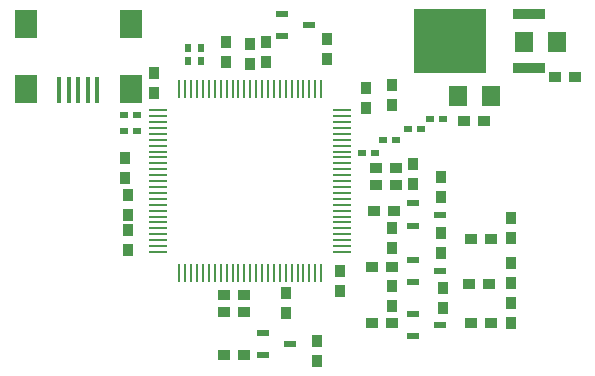
<source format=gbr>
G04 DipTrace 2.4.0.2*
%INTopPaste.gbr*%
%MOIN*%
%ADD45R,0.2401X0.2165*%
%ADD47R,0.1063X0.0374*%
%ADD49R,0.061X0.0059*%
%ADD51R,0.0059X0.061*%
%ADD53R,0.0393X0.0236*%
%ADD55R,0.0767X0.0964*%
%ADD57R,0.0177X0.0886*%
%ADD63R,0.0216X0.0295*%
%ADD65R,0.0295X0.0216*%
%ADD71R,0.061X0.0689*%
%ADD73R,0.0413X0.0374*%
%ADD75R,0.0374X0.0413*%
%FSLAX44Y44*%
G04*
G70*
G90*
G75*
G01*
%LNTopPaste*%
%LPD*%
D75*
X16312Y13437D3*
Y14106D3*
D73*
X16625Y10875D3*
X17294D3*
X16625Y11437D3*
X17294D3*
D75*
X15437Y8000D3*
Y7330D3*
D73*
X20250Y13000D3*
X19580D3*
X12250Y6625D3*
X11580D3*
X12250Y7187D3*
X11580D3*
D75*
X8375Y8687D3*
Y9356D3*
X8275Y11748D3*
Y11079D3*
X8375Y10523D3*
Y9854D3*
D71*
X21562Y15625D3*
X22664D3*
X19375Y13812D3*
X20477D3*
D73*
X23283Y14460D3*
X22614D3*
D75*
X9250Y13937D3*
Y14606D3*
D73*
X19812Y6250D3*
X20481D3*
X19750Y7562D3*
X20419D3*
X19812Y9062D3*
X20481D3*
D65*
X16187Y11937D3*
X16620D3*
D63*
X10361Y15000D3*
Y15433D3*
X10822Y14986D3*
Y15419D3*
D65*
X8671Y12671D3*
X8238D3*
X8687Y13187D3*
X8254D3*
X16875Y12375D3*
X17308D3*
X17703Y12720D3*
X18137D3*
X18437Y13062D3*
X18870D3*
D57*
X7345Y14029D3*
X7030D3*
X6715D3*
X6400D3*
X6085D3*
D55*
X8467Y14068D3*
X4963D3*
X8467Y16234D3*
X4963D3*
D53*
X12875Y5937D3*
Y5189D3*
X13780Y5563D3*
X17875Y6562D3*
Y5814D3*
X18780Y6188D3*
X17875Y8375D3*
Y7626D3*
X18780Y8000D3*
X17875Y10250D3*
Y9501D3*
X18780Y9875D3*
X13500Y16562D3*
Y15814D3*
X14405Y16188D3*
D75*
X17187Y14187D3*
Y13518D3*
X13625Y7250D3*
Y6580D3*
D73*
X16500Y6250D3*
X17169D3*
X16500Y8125D3*
X17169D3*
X16562Y10000D3*
X17231D3*
D75*
X12427Y15574D3*
Y14905D3*
X15000Y15062D3*
Y15731D3*
X18875Y7437D3*
Y6768D3*
X18812Y9250D3*
Y8580D3*
Y11125D3*
Y10455D3*
X14687Y5000D3*
Y5669D3*
D73*
X12250Y5187D3*
X11580D3*
D75*
X12964Y15625D3*
Y14955D3*
X17187Y7500D3*
Y6830D3*
X21125Y6937D3*
Y6268D3*
X11625Y15625D3*
Y14955D3*
X21125Y8250D3*
Y7580D3*
X17875Y11562D3*
Y10893D3*
X21125Y9750D3*
Y9080D3*
X17187Y9437D3*
Y8768D3*
D51*
X14812Y14062D3*
X14615D3*
X14418D3*
X14221D3*
X14025D3*
X13828D3*
X13631D3*
X13434D3*
X13237D3*
X13040D3*
X12844D3*
X12647D3*
X12450D3*
X12253D3*
X12056D3*
X11859D3*
X11662D3*
X11466D3*
X11269D3*
X11072D3*
X10875D3*
X10678D3*
X10481D3*
X10284D3*
X10088D3*
D49*
X9379Y13353D3*
Y13156D3*
Y12960D3*
Y12763D3*
Y12566D3*
Y12369D3*
Y12172D3*
Y11975D3*
Y11779D3*
Y11582D3*
Y11385D3*
Y11188D3*
Y10991D3*
Y10794D3*
Y10597D3*
Y10401D3*
Y10204D3*
Y10007D3*
Y9810D3*
Y9613D3*
Y9416D3*
Y9219D3*
Y9023D3*
Y8826D3*
Y8629D3*
D51*
X10088Y7920D3*
X10284D3*
X10481D3*
X10678D3*
X10875D3*
X11072D3*
X11269D3*
X11466D3*
X11662D3*
X11859D3*
X12056D3*
X12253D3*
X12450D3*
X12647D3*
X12844D3*
X13040D3*
X13237D3*
X13434D3*
X13631D3*
X13828D3*
X14025D3*
X14221D3*
X14418D3*
X14615D3*
X14812D3*
D49*
X15521Y8629D3*
Y8826D3*
Y9023D3*
Y9219D3*
Y9416D3*
Y9613D3*
Y9810D3*
Y10007D3*
Y10204D3*
Y10401D3*
Y10597D3*
Y10794D3*
Y10991D3*
Y11188D3*
Y11385D3*
Y11582D3*
Y11779D3*
Y11975D3*
Y12172D3*
Y12369D3*
Y12566D3*
Y12763D3*
Y12960D3*
Y13156D3*
Y13353D3*
D47*
X21750Y14750D3*
Y16545D3*
D45*
X19112Y15647D3*
M02*

</source>
